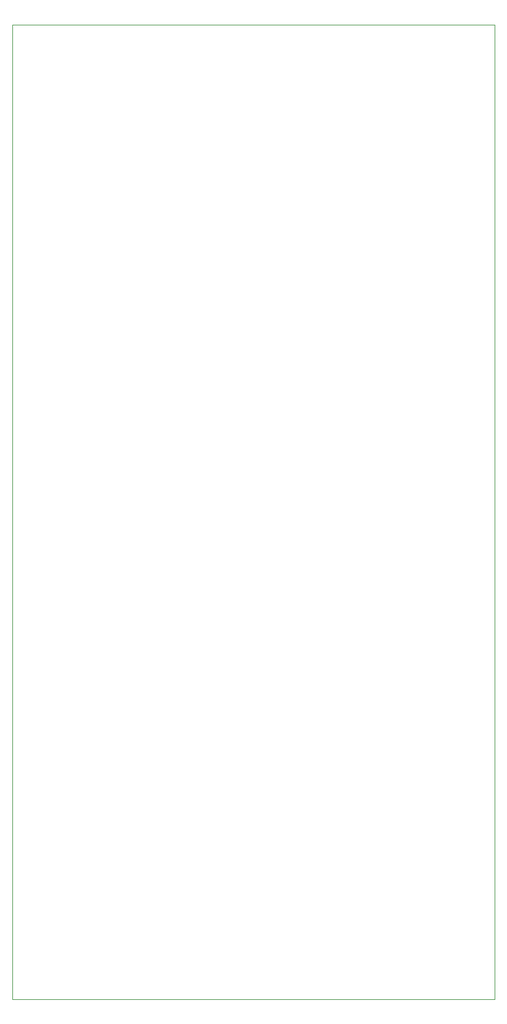
<source format=gbr>
G04 #@! TF.GenerationSoftware,KiCad,Pcbnew,(6.0.5)*
G04 #@! TF.CreationDate,2022-05-27T13:24:47-04:00*
G04 #@! TF.ProjectId,minidrone-rounded,6d696e69-6472-46f6-9e65-2d726f756e64,rev?*
G04 #@! TF.SameCoordinates,Original*
G04 #@! TF.FileFunction,Profile,NP*
%FSLAX46Y46*%
G04 Gerber Fmt 4.6, Leading zero omitted, Abs format (unit mm)*
G04 Created by KiCad (PCBNEW (6.0.5)) date 2022-05-27 13:24:47*
%MOMM*%
%LPD*%
G01*
G04 APERTURE LIST*
G04 #@! TA.AperFunction,Profile*
%ADD10C,0.100000*%
G04 #@! TD*
G04 APERTURE END LIST*
D10*
X63500000Y-26035000D02*
X129540000Y-26035000D01*
X129540000Y-26035000D02*
X129540000Y-159385000D01*
X129540000Y-159385000D02*
X63500000Y-159385000D01*
X63500000Y-159385000D02*
X63500000Y-26035000D01*
M02*

</source>
